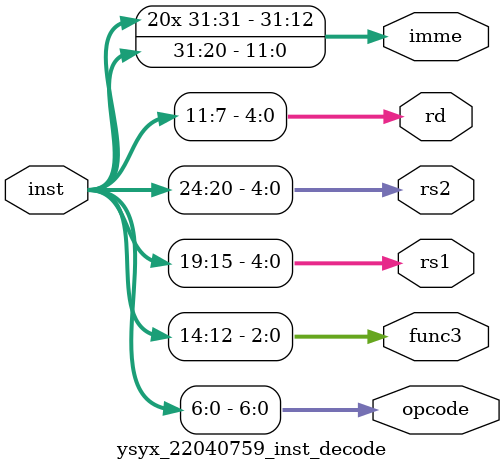
<source format=v>
module ysyx_22040759_inst_decode(
    input    [31:0]    inst,
    output   [6:0]     opcode,
    output   [2:0]     func3,
    output   [4:0]     rs1,
    output   [4:0]     rs2,
    output   [4:0]     rd,
    output   [31:0]    imme
    );
    assign imme    ={{20{inst[31]}},inst[31:20]};  //I-type
    assign opcode  =inst[6:0];
	assign func3   =inst[14:12];
	assign rs1     =inst[19:15];
	assign rs2     =inst[24:20];
	assign rd      =inst[11:7];

endmodule


</source>
